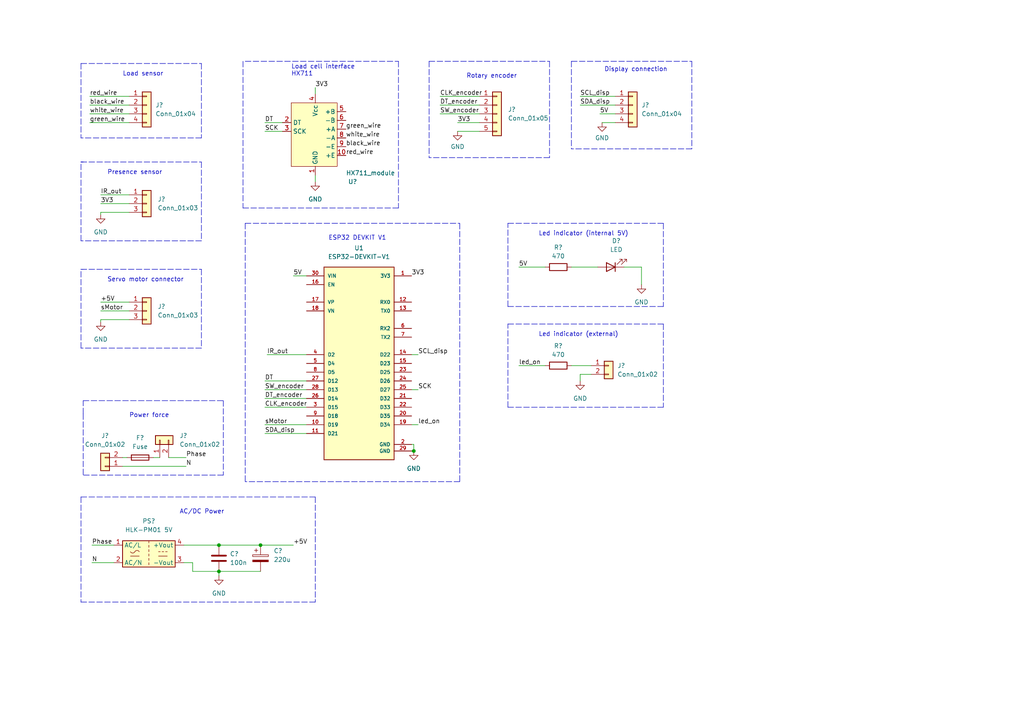
<source format=kicad_sch>
(kicad_sch (version 20211123) (generator eeschema)
  (paper "A4")
  (title_block (title "Alimentador automático para pets") (date "2022-05-17") (rev "0.1") (company "UFSC"))
  (lib_symbols
    (symbol "Connector_Generic:Conn_01x02" (pin_names (offset 1.016) hide)
      (property "Reference" "J" (at 0 2.54 0))
      (property "Value" "Conn_01x02" (at 0 -5.08 0))
      (symbol "Conn_01x02_1_1"
        (rectangle (start -1.27 -2.413) (end 0 -2.667) (stroke (width 0.1524)))
        (rectangle (start -1.27 0.127) (end 0 -0.127) (stroke (width 0.1524)))
        (rectangle (start -1.27 1.27) (end 1.27 -3.81) (stroke (width 0.254)) (fill (type background)))
        (pin passive line (at -5.08 0 0) (length 3.81) (name "Pin_1") (number "1"))
        (pin passive line (at -5.08 -2.54 0) (length 3.81) (name "Pin_2") (number "2"))
      )
    )
    (symbol "Connector_Generic:Conn_01x03" (pin_names (offset 1.016) hide)
      (property "Reference" "J" (at 0 5.08 0))
      (property "Value" "Conn_01x03" (at 0 -5.08 0))
      (symbol "Conn_01x03_1_1"
        (rectangle (start -1.27 -2.413) (end 0 -2.667) (stroke (width 0.1524)))
        (rectangle (start -1.27 0.127) (end 0 -0.127) (stroke (width 0.1524)))
        (rectangle (start -1.27 2.667) (end 0 2.413) (stroke (width 0.1524)))
        (rectangle (start -1.27 3.81) (end 1.27 -3.81) (stroke (width 0.254)) (fill (type background)))
        (pin passive line (at -5.08 2.54 0) (length 3.81) (name "Pin_1") (number "1"))
        (pin passive line (at -5.08 0 0) (length 3.81) (name "Pin_2") (number "2"))
        (pin passive line (at -5.08 -2.54 0) (length 3.81) (name "Pin_3") (number "3"))
      )
    )
    (symbol "Connector_Generic:Conn_01x04" (pin_names (offset 1.016) hide)
      (property "Reference" "J" (at 0 5.08 0))
      (property "Value" "Conn_01x04" (at 0 -7.62 0))
      (symbol "Conn_01x04_1_1"
        (rectangle (start -1.27 -4.953) (end 0 -5.207) (stroke (width 0.1524)))
        (rectangle (start -1.27 -2.413) (end 0 -2.667) (stroke (width 0.1524)))
        (rectangle (start -1.27 0.127) (end 0 -0.127) (stroke (width 0.1524)))
        (rectangle (start -1.27 2.667) (end 0 2.413) (stroke (width 0.1524)))
        (rectangle (start -1.27 3.81) (end 1.27 -6.35) (stroke (width 0.254)) (fill (type background)))
        (pin passive line (at -5.08 2.54 0) (length 3.81) (name "Pin_1") (number "1"))
        (pin passive line (at -5.08 0 0) (length 3.81) (name "Pin_2") (number "2"))
        (pin passive line (at -5.08 -2.54 0) (length 3.81) (name "Pin_3") (number "3"))
        (pin passive line (at -5.08 -5.08 0) (length 3.81) (name "Pin_4") (number "4"))
      )
    )
    (symbol "Connector_Generic:Conn_01x05" (pin_names (offset 1.016) hide)
      (property "Reference" "J" (at 0 7.62 0))
      (property "Value" "Conn_01x05" (at 0 -7.62 0))
      (symbol "Conn_01x05_1_1"
        (rectangle (start -1.27 -4.953) (end 0 -5.207) (stroke (width 0.1524)))
        (rectangle (start -1.27 -2.413) (end 0 -2.667) (stroke (width 0.1524)))
        (rectangle (start -1.27 0.127) (end 0 -0.127) (stroke (width 0.1524)))
        (rectangle (start -1.27 2.667) (end 0 2.413) (stroke (width 0.1524)))
        (rectangle (start -1.27 5.207) (end 0 4.953) (stroke (width 0.1524)))
        (rectangle (start -1.27 6.35) (end 1.27 -6.35) (stroke (width 0.254)) (fill (type background)))
        (pin passive line (at -5.08 5.08 0) (length 3.81) (name "Pin_1") (number "1"))
        (pin passive line (at -5.08 2.54 0) (length 3.81) (name "Pin_2") (number "2"))
        (pin passive line (at -5.08 0 0) (length 3.81) (name "Pin_3") (number "3"))
        (pin passive line (at -5.08 -2.54 0) (length 3.81) (name "Pin_4") (number "4"))
        (pin passive line (at -5.08 -5.08 0) (length 3.81) (name "Pin_5") (number "5"))
      )
    )
    (symbol "Converter_ACDC:HLK-PM01"
      (property "Reference" "PS" (at 0 5.08 0))
      (property "Value" "HLK-PM01" (at 0 -5.08 0))
      (symbol "HLK-PM01_0_1"
        (rectangle (start -7.62 3.81) (end 7.62 -3.81) (stroke (width 0.254)) (fill (type background)))
        (arc (start -5.334 0.635) (mid -4.699 0.2495) (end -4.064 0.635))
        (arc (start -2.794 0.635) (mid -3.429 1.0072) (end -4.064 0.635))
        (polyline (pts (xy -5.334 -0.635) (xy -2.794 -0.635)))
        (polyline (pts (xy 0 -2.54) (xy 0 -3.175)))
        (polyline (pts (xy 0 -1.27) (xy 0 -1.905)))
        (polyline (pts (xy 0 0) (xy 0 -0.635)))
        (polyline (pts (xy 0 1.27) (xy 0 0.635)))
        (polyline (pts (xy 0 2.54) (xy 0 1.905)))
        (polyline (pts (xy 0 3.81) (xy 0 3.175)))
        (polyline (pts (xy 2.794 -0.635) (xy 5.334 -0.635)))
        (polyline (pts (xy 2.794 0.635) (xy 3.302 0.635)))
        (polyline (pts (xy 3.81 0.635) (xy 4.318 0.635)))
        (polyline (pts (xy 4.826 0.635) (xy 5.334 0.635)))
      )
      (symbol "HLK-PM01_1_1"
        (pin power_in line (at -10.16 2.54 0) (length 2.54) (name "AC/L") (number "1"))
        (pin power_in line (at -10.16 -2.54 0) (length 2.54) (name "AC/N") (number "2"))
        (pin power_out line (at 10.16 -2.54 180) (length 2.54) (name "-Vout") (number "3"))
        (pin power_out line (at 10.16 2.54 180) (length 2.54) (name "+Vout") (number "4"))
      )
    )
    (symbol "Device:C" (pin_numbers hide) (pin_names (offset 0.254))
      (property "Reference" "C" (at 0.635 2.54 0))
      (property "Value" "C" (at 0.635 -2.54 0))
      (symbol "C_0_1"
        (polyline (pts (xy -2.032 -0.762) (xy 2.032 -0.762)) (stroke (width 0.508)))
        (polyline (pts (xy -2.032 0.762) (xy 2.032 0.762)) (stroke (width 0.508)))
      )
      (symbol "C_1_1"
        (pin passive line (at 0 3.81 270) (length 2.794) (name "~") (number "1"))
        (pin passive line (at 0 -3.81 90) (length 2.794) (name "~") (number "2"))
      )
    )
    (symbol "Device:C_Polarized" (pin_numbers hide) (pin_names (offset 0.254))
      (property "Reference" "C" (at 0.635 2.54 0))
      (property "Value" "C_Polarized" (at 0.635 -2.54 0))
      (symbol "C_Polarized_0_1"
        (rectangle (start -2.286 0.508) (end 2.286 1.016))
        (polyline (pts (xy -1.778 2.286) (xy -0.762 2.286)))
        (polyline (pts (xy -1.27 2.794) (xy -1.27 1.778)))
        (rectangle (start 2.286 -0.508) (end -2.286 -1.016) (fill (type outline)))
      )
      (symbol "C_Polarized_1_1"
        (pin passive line (at 0 3.81 270) (length 2.794) (name "~") (number "1"))
        (pin passive line (at 0 -3.81 90) (length 2.794) (name "~") (number "2"))
      )
    )
    (symbol "Device:Fuse" (pin_numbers hide) (pin_names (offset 0))
      (property "Reference" "F" (at 2.032 0 90))
      (property "Value" "Fuse" (at -1.905 0 90))
      (symbol "Fuse_0_1"
        (rectangle (start -0.762 -2.54) (end 0.762 2.54) (stroke (width 0.254)))
        (polyline (pts (xy 0 2.54) (xy 0 -2.54)))
      )
      (symbol "Fuse_1_1"
        (pin passive line (at 0 3.81 270) (length 1.27) (name "~") (number "1"))
        (pin passive line (at 0 -3.81 90) (length 1.27) (name "~") (number "2"))
      )
    )
    (symbol "Device:LED" (pin_numbers hide) (pin_names (offset 1.016) hide)
      (property "Reference" "D" (at 0 2.54 0))
      (property "Value" "LED" (at 0 -2.54 0))
      (symbol "LED_0_1"
        (polyline (pts (xy -1.27 -1.27) (xy -1.27 1.27)) (stroke (width 0.254)))
        (polyline (pts (xy -1.27 0) (xy 1.27 0)))
        (polyline (pts (xy 1.27 -1.27) (xy 1.27 1.27) (xy -1.27 0) (xy 1.27 -1.27)) (stroke (width 0.254)))
        (polyline (pts (xy -3.048 -0.762) (xy -4.572 -2.286) (xy -3.81 -2.286) (xy -4.572 -2.286) (xy -4.572 -1.524)))
        (polyline (pts (xy -1.778 -0.762) (xy -3.302 -2.286) (xy -2.54 -2.286) (xy -3.302 -2.286) (xy -3.302 -1.524)))
      )
      (symbol "LED_1_1"
        (pin passive line (at -3.81 0 0) (length 2.54) (name "K") (number "1"))
        (pin passive line (at 3.81 0 180) (length 2.54) (name "A") (number "2"))
      )
    )
    (symbol "Device:R" (pin_numbers hide) (pin_names (offset 0))
      (property "Reference" "R" (at 2.032 0 90))
      (property "Value" "R" (at 0 0 90))
      (symbol "R_0_1"
        (rectangle (start -1.016 -2.54) (end 1.016 2.54) (stroke (width 0.254)))
      )
      (symbol "R_1_1"
        (pin passive line (at 0 3.81 270) (length 1.27) (name "~") (number "1"))
        (pin passive line (at 0 -3.81 90) (length 1.27) (name "~") (number "2"))
      )
    )
    (symbol "ESP32-DEVKIT-V1:ESP32-DEVKIT-V1" (pin_names (offset 1.016))
      (property "Reference" "U1" (at 0 33.4772 0))
      (property "Value" "ESP32-DEVKIT-V1" (at 0 30.9372 0))
      (symbol "ESP32-DEVKIT-V1_0_0"
        (rectangle (start -10.16 -27.94) (end 10.16 27.94) (stroke (width 0.254)) (fill (type background)))
        (pin output line (at 15.24 25.4 180) (length 5.08) (name "3V3") (number "1"))
        (pin bidirectional line (at -15.24 -17.78 0) (length 5.08) (name "D19") (number "10"))
        (pin bidirectional line (at -15.24 -20.32 0) (length 5.08) (name "D21") (number "11"))
        (pin input line (at 15.24 17.78 180) (length 5.08) (name "RX0") (number "12"))
        (pin output line (at 15.24 15.24 180) (length 5.08) (name "TX0") (number "13"))
        (pin bidirectional line (at 15.24 2.54 180) (length 5.08) (name "D22") (number "14"))
        (pin bidirectional line (at 15.24 0 180) (length 5.08) (name "D23") (number "15"))
        (pin input line (at -15.24 22.86 0) (length 5.08) (name "EN") (number "16"))
        (pin bidirectional line (at -15.24 17.78 0) (length 5.08) (name "VP") (number "17"))
        (pin bidirectional line (at -15.24 15.24 0) (length 5.08) (name "VN") (number "18"))
        (pin bidirectional line (at 15.24 -17.78 180) (length 5.08) (name "D34") (number "19"))
        (pin power_in line (at 15.24 -23.495 180) (length 5.08) (name "GND") (number "2"))
        (pin bidirectional line (at 15.24 -15.24 180) (length 5.08) (name "D35") (number "20"))
        (pin bidirectional line (at 15.24 -10.16 180) (length 5.08) (name "D32") (number "21"))
        (pin bidirectional line (at 15.24 -12.7 180) (length 5.08) (name "D33") (number "22"))
        (pin bidirectional line (at 15.24 -2.54 180) (length 5.08) (name "D25") (number "23"))
        (pin bidirectional line (at 15.24 -5.08 180) (length 5.08) (name "D26") (number "24"))
        (pin bidirectional line (at 15.24 -7.62 180) (length 5.08) (name "D27") (number "25"))
        (pin bidirectional line (at -15.24 -10.16 0) (length 5.08) (name "D14") (number "26"))
        (pin bidirectional line (at -15.24 -5.08 0) (length 5.08) (name "D12") (number "27"))
        (pin bidirectional line (at -15.24 -7.62 0) (length 5.08) (name "D13") (number "28"))
        (pin power_in line (at 15.24 -25.4 180) (length 5.08) (name "GND") (number "29"))
        (pin bidirectional line (at -15.24 -12.7 0) (length 5.08) (name "D15") (number "3"))
        (pin input line (at -15.24 25.4 0) (length 5.08) (name "VIN") (number "30"))
        (pin bidirectional line (at -15.24 2.54 0) (length 5.08) (name "D2") (number "4"))
        (pin bidirectional line (at -15.24 0 0) (length 5.08) (name "D4") (number "5"))
        (pin input line (at 15.24 10.16 180) (length 5.08) (name "RX2") (number "6"))
        (pin output line (at 15.24 7.62 180) (length 5.08) (name "TX2") (number "7"))
        (pin bidirectional line (at -15.24 -2.54 0) (length 5.08) (name "D5") (number "8"))
        (pin bidirectional line (at -15.24 -15.24 0) (length 5.08) (name "D18") (number "9"))
      )
    )
    (symbol "power:GND" (power) (pin_names (offset 0))
      (property "Value" "GND" (at 0 -3.81 0))
      (symbol "GND_0_1"
        (polyline (pts (xy 0 0) (xy 0 -1.27) (xy 1.27 -1.27) (xy 0 -2.54) (xy -1.27 -1.27) (xy 0 -1.27)))
      )
      (symbol "GND_1_1"
        (pin power_in line (at 0 0 270) (length 0) hide (name "GND") (number "1"))
      )
    )
    (symbol "symbol_lib:HX711_module"
      (property "Reference" "U" (at 5.08 9.525 0))
      (property "Value" "HX711_module" (at -12.065 10.795 0))
      (symbol "HX711_module_0_1"
        (rectangle (start -7.62 7.62) (end 5.715 -10.795) (fill (type background)))
      )
      (symbol "HX711_module_1_1"
        (pin input line (at -0.635 -13.335 90) (length 2.54) (name "GND") (number "1"))
        (pin input line (at 8.255 -7.62 180) (length 2.54) (name "+E") (number "10"))
        (pin input line (at -10.16 1.905 0) (length 2.54) (name "DT") (number "2"))
        (pin input line (at -10.16 -0.635 0) (length 2.54) (name "SCK") (number "3"))
        (pin input line (at -0.635 10.16 270) (length 2.54) (name "Vcc") (number "4"))
        (pin input line (at 8.255 5.08 180) (length 2.54) (name "+B") (number "5"))
        (pin input line (at 8.255 2.54 180) (length 2.54) (name "-B") (number "6"))
        (pin input line (at 8.255 0 180) (length 2.54) (name "+A") (number "7"))
        (pin input line (at 8.255 -2.54 180) (length 2.54) (name "-A") (number "8"))
        (pin input line (at 8.255 -5.08 180) (length 2.54) (name "-E") (number "9"))
      )
    )
  )
  (junction (at 120.015 130.81))
  (junction (at 63.5 158.115))
  (junction (at 63.5 165.735))
  (junction (at 75.565 158.115))
  (polyline (pts (xy 70.485 17.78) (xy 70.485 60.325)))
  (polyline (pts (xy 23.495 78.105) (xy 24.13 78.105)))
  (wire (pts (xy 63.5 158.115) (xy 75.565 158.115)))
  (wire (pts (xy 132.715 38.1) (xy 139.065 38.1)))
  (polyline (pts (xy 23.495 144.145) (xy 23.495 174.625)))
  (polyline (pts (xy 24.13 120.015) (xy 24.13 116.205)))
  (wire (pts (xy 29.21 92.71) (xy 37.465 92.71)))
  (wire (pts (xy 168.275 108.585) (xy 171.45 108.585)))
  (polyline (pts (xy 71.12 17.78) (xy 115.57 17.78)))
  (wire (pts (xy 76.835 115.57) (xy 88.9 115.57)))
  (wire (pts (xy 168.275 110.49) (xy 168.275 108.585)))
  (polyline (pts (xy 23.495 18.415) (xy 23.495 40.005)))
  (wire (pts (xy 150.495 77.47) (xy 158.115 77.47)))
  (wire (pts (xy 26.035 35.56) (xy 37.465 35.56)))
  (polyline (pts (xy 147.32 118.11) (xy 147.32 93.98)))
  (wire (pts (xy 127.635 27.94) (xy 139.065 27.94)))
  (wire (pts (xy 35.56 135.255) (xy 53.975 135.255)))
  (wire (pts (xy 150.495 106.045) (xy 158.115 106.045)))
  (wire (pts (xy 29.21 90.17) (xy 37.465 90.17)))
  (wire (pts (xy 29.21 87.63) (xy 37.465 87.63)))
  (wire (pts (xy 29.21 62.23) (xy 29.21 61.595)))
  (wire (pts (xy 26.67 163.195) (xy 33.02 163.195)))
  (polyline (pts (xy 71.12 64.77) (xy 133.35 64.77)))
  (wire (pts (xy 75.565 158.115) (xy 85.09 158.115)))
  (wire (pts (xy 173.99 33.02) (xy 178.435 33.02)))
  (wire (pts (xy 76.835 35.56) (xy 81.915 35.56)))
  (polyline (pts (xy 24.13 116.205) (xy 64.77 116.205)))
  (wire (pts (xy 26.035 33.02) (xy 37.465 33.02)))
  (polyline (pts (xy 200.66 17.78) (xy 200.66 43.18)))
  (wire (pts (xy 35.56 132.715) (xy 36.83 132.715)))
  (polyline (pts (xy 58.42 78.105) (xy 58.42 100.965)))
  (wire (pts (xy 121.285 102.87) (xy 119.38 102.87)))
  (wire (pts (xy 76.835 123.19) (xy 88.9 123.19)))
  (polyline (pts (xy 24.13 120.015) (xy 24.13 137.795)))
  (polyline (pts (xy 23.495 18.415) (xy 58.42 18.415)))
  (wire (pts (xy 55.88 165.735) (xy 63.5 165.735)))
  (wire (pts (xy 120.015 128.905) (xy 119.38 128.905)))
  (polyline (pts (xy 58.42 100.965) (xy 23.495 100.965)))
  (polyline (pts (xy 23.495 78.105) (xy 58.42 78.105)))
  (polyline (pts (xy 115.57 17.78) (xy 115.57 60.325)))
  (polyline (pts (xy 165.735 17.78) (xy 200.66 17.78)))
  (polyline (pts (xy 64.77 137.795) (xy 24.13 137.795)))
  (wire (pts (xy 26.67 158.115) (xy 33.02 158.115)))
  (wire (pts (xy 63.5 165.735) (xy 75.565 165.735)))
  (polyline (pts (xy 23.495 46.99) (xy 58.42 46.99)))
  (wire (pts (xy 119.38 113.03) (xy 121.285 113.03)))
  (wire (pts (xy 127.635 30.48) (xy 139.065 30.48)))
  (polyline (pts (xy 58.42 46.99) (xy 58.42 69.85)))
  (polyline (pts (xy 192.405 88.9) (xy 147.32 88.9)))
  (polyline (pts (xy 64.77 116.205) (xy 64.77 137.795)))
  (wire (pts (xy 53.34 163.195) (xy 55.88 163.195)))
  (wire (pts (xy 174.625 35.56) (xy 178.435 35.56)))
  (wire (pts (xy 120.015 130.81) (xy 120.015 128.905)))
  (polyline (pts (xy 133.35 64.77) (xy 133.35 139.7)))
  (wire (pts (xy 63.5 165.735) (xy 63.5 167.005)))
  (polyline (pts (xy 23.495 144.145) (xy 91.44 144.145)))
  (polyline (pts (xy 71.12 64.77) (xy 71.12 139.7)))
  (wire (pts (xy 180.975 77.47) (xy 186.055 77.47)))
  (polyline (pts (xy 23.495 69.85) (xy 23.495 46.99)))
  (polyline (pts (xy 200.66 43.18) (xy 165.735 43.18)))
  (wire (pts (xy 44.45 132.715) (xy 46.355 132.715)))
  (polyline (pts (xy 192.405 64.77) (xy 192.405 88.9)))
  (wire (pts (xy 132.715 35.56) (xy 139.065 35.56)))
  (polyline (pts (xy 23.495 100.965) (xy 23.495 78.105)))
  (wire (pts (xy 29.21 59.055) (xy 37.465 59.055)))
  (polyline (pts (xy 133.35 139.7) (xy 71.12 139.7)))
  (wire (pts (xy 76.835 118.11) (xy 88.9 118.11)))
  (polyline (pts (xy 147.32 64.77) (xy 192.405 64.77)))
  (polyline (pts (xy 23.495 46.99) (xy 24.13 46.99)))
  (wire (pts (xy 29.21 56.515) (xy 37.465 56.515)))
  (wire (pts (xy 53.34 158.115) (xy 63.5 158.115)))
  (polyline (pts (xy 147.32 88.9) (xy 147.32 64.77)))
  (wire (pts (xy 77.47 102.87) (xy 88.9 102.87)))
  (polyline (pts (xy 159.385 45.72) (xy 124.46 45.72)))
  (polyline (pts (xy 91.44 144.145) (xy 91.44 174.625)))
  (polyline (pts (xy 115.57 60.325) (xy 70.485 60.325)))
  (polyline (pts (xy 124.46 17.78) (xy 159.385 17.78)))
  (polyline (pts (xy 147.32 93.98) (xy 192.405 93.98)))
  (wire (pts (xy 48.895 132.715) (xy 53.975 132.715)))
  (wire (pts (xy 85.09 80.01) (xy 88.9 80.01)))
  (polyline (pts (xy 58.42 18.415) (xy 58.42 40.005)))
  (wire (pts (xy 119.38 123.19) (xy 121.285 123.19)))
  (wire (pts (xy 29.21 61.595) (xy 37.465 61.595)))
  (wire (pts (xy 91.44 25.4) (xy 91.44 27.305)))
  (wire (pts (xy 76.835 38.1) (xy 81.915 38.1)))
  (polyline (pts (xy 159.385 17.78) (xy 159.385 45.72)))
  (polyline (pts (xy 124.46 17.78) (xy 124.46 45.72)))
  (wire (pts (xy 76.835 113.03) (xy 88.9 113.03)))
  (wire (pts (xy 165.735 77.47) (xy 173.355 77.47)))
  (polyline (pts (xy 58.42 40.005) (xy 23.495 40.005)))
  (wire (pts (xy 76.835 125.73) (xy 88.9 125.73)))
  (polyline (pts (xy 192.405 118.11) (xy 147.32 118.11)))
  (wire (pts (xy 127.635 33.02) (xy 139.065 33.02)))
  (wire (pts (xy 88.9 110.49) (xy 76.835 110.49)))
  (wire (pts (xy 119.38 130.81) (xy 120.015 130.81)))
  (wire (pts (xy 26.035 27.94) (xy 37.465 27.94)))
  (polyline (pts (xy 58.42 69.85) (xy 23.495 69.85)))
  (polyline (pts (xy 192.405 93.98) (xy 192.405 118.11)))
  (wire (pts (xy 55.88 163.195) (xy 55.88 165.735)))
  (wire (pts (xy 26.035 30.48) (xy 37.465 30.48)))
  (wire (pts (xy 168.275 30.48) (xy 178.435 30.48)))
  (wire (pts (xy 186.055 77.47) (xy 186.055 82.55)))
  (wire (pts (xy 165.735 106.045) (xy 171.45 106.045)))
  (polyline (pts (xy 165.735 17.78) (xy 165.735 43.18)))
  (wire (pts (xy 168.275 27.94) (xy 178.435 27.94)))
  (polyline (pts (xy 91.44 174.625) (xy 23.495 174.625)))
  (wire (pts (xy 29.21 93.345) (xy 29.21 92.71)))
  (wire (pts (xy 91.44 50.8) (xy 91.44 52.705)))
  (text "AC/DC Power" (at 52.07 149.225 0) (effects (font (size 1.27 1.27)) (justify left bottom)))
  (text "Rotary encoder" (at 135.255 22.86 0) (effects (font (size 1.27 1.27)) (justify left bottom)))
  (text "Led indicator (internal 5V)" (at 156.21 68.58 0) (effects (font (size 1.27 1.27)) (justify left bottom)))
  (text "Load sensor" (at 35.56 22.225 0) (effects (font (size 1.27 1.27)) (justify left bottom)))
  (text "Presence sensor" (at 31.115 50.8 0) (effects (font (size 1.27 1.27)) (justify left bottom)))
  (text "Load cell interface\nHX711" (at 84.455 22.225 0) (effects (font (size 1.27 1.27)) (justify left bottom)))
  (text "ESP32 DEVKIT V1" (at 95.25 69.85 0) (effects (font (size 1.27 1.27)) (justify left bottom)))
  (text "Display connection" (at 175.26 20.955 0) (effects (font (size 1.27 1.27)) (justify left bottom)))
  (text "Power force" (at 37.465 121.285 0) (effects (font (size 1.27 1.27)) (justify left bottom)))
  (text "Led indicator (external)" (at 156.21 97.79 0) (effects (font (size 1.27 1.27)) (justify left bottom)))
  (text "Servo motor connector" (at 31.115 81.915 0) (effects (font (size 1.27 1.27)) (justify left bottom)))
  (label "black_wire" (at 100.33 42.545 0))
  (label "led_on" (at 150.495 106.045 0))
  (label "led_on" (at 121.285 123.19 0))
  (label "N" (at 53.975 135.255 0))
  (label "5V" (at 85.09 80.01 0))
  (label "sMotor" (at 29.21 90.17 0))
  (label "N" (at 26.67 163.195 0))
  (label "DT_encoder" (at 76.835 115.57 0))
  (label "IR_out" (at 29.21 56.515 0))
  (label "DT_encoder" (at 127.635 30.48 0))
  (label "SDA_disp" (at 168.275 30.48 0))
  (label "5V" (at 150.495 77.47 0))
  (label "green_wire" (at 26.035 35.56 0))
  (label "black_wire" (at 26.035 30.48 0))
  (label "CLK_encoder" (at 127.635 27.94 0))
  (label "SW_encoder" (at 127.635 33.02 0))
  (label "CLK_encoder" (at 76.835 118.11 0))
  (label "DT" (at 76.835 35.56 0))
  (label "+5V" (at 29.21 87.63 0))
  (label "SCL_disp" (at 168.275 27.94 0))
  (label "SCL_disp" (at 121.285 102.87 0))
  (label "red_wire" (at 100.33 45.085 0))
  (label "+5V" (at 85.09 158.115 0))
  (label "SW_encoder" (at 76.835 113.03 0))
  (label "3V3" (at 132.715 35.56 0))
  (label "green_wire" (at 100.33 37.465 0))
  (label "Phase" (at 26.67 158.115 0))
  (label "3V3" (at 91.44 25.4 0))
  (label "IR_out" (at 77.47 102.87 0))
  (label "sMotor" (at 76.835 123.19 0))
  (label "white_wire" (at 100.33 40.005 0))
  (label "SCK" (at 76.835 38.1 0))
  (label "SCK" (at 121.285 113.03 0))
  (label "5V" (at 173.99 33.02 0))
  (label "SDA_disp" (at 76.835 125.73 0))
  (label "3V3" (at 119.38 80.01 0))
  (label "DT" (at 76.835 110.49 0))
  (label "white_wire" (at 26.035 33.02 0))
  (label "Phase" (at 53.975 132.715 0))
  (label "red_wire" (at 26.035 27.94 0))
  (label "3V3" (at 29.21 59.055 0))
  (symbol (lib_id "Device:C") (at 63.5 161.925 0) (unit 1)
    (property "Reference" "C?" (at 66.675 160.6549 0) (effects (justify left)))
    (property "Value" "100n" (at 66.675 163.1949 0) (effects (justify left)))
  )
  (symbol (lib_id "power:GND") (at 29.21 93.345 0) (unit 1)
    (property "Reference" "#PWR?" (effects hide))
    (property "Value" "GND" (at 29.21 98.425 0))
  )
  (symbol (lib_id "power:GND") (at 63.5 167.005 0) (unit 1)
    (property "Reference" "#PWR?" (effects hide))
    (property "Value" "GND" (at 63.5 172.085 0))
  )
  (symbol (lib_id "Converter_ACDC:HLK-PM01") (at 43.18 160.655 0) (unit 1)
    (property "Reference" "PS?" (at 43.18 151.13 0))
    (property "Value" "HLK-PM01 5V" (at 43.18 153.67 0))
    (property "Footprint" "Converter_ACDC:Converter_ACDC_HiLink_HLK-PMxx" (effects hide))
    (property "Datasheet" "http://www.hlktech.net/product_detail.php?ProId=54" (effects hide))
  )
  (symbol (lib_id "Connector_Generic:Conn_01x03") (at 42.545 59.055 0) (unit 1)
    (property "Reference" "J?" (at 45.72 57.7849 0) (effects (justify left)))
    (property "Value" "Conn_01x03" (at 45.72 60.3249 0) (effects (justify left)))
  )
  (symbol (lib_id "power:GND") (at 174.625 35.56 0) (unit 1)
    (property "Reference" "#PWR?" (effects hide))
    (property "Value" "GND" (at 174.625 40.005 0))
  )
  (symbol (lib_id "Device:R") (at 161.925 106.045 90) (unit 1)
    (property "Reference" "R?" (at 161.925 100.33 90))
    (property "Value" "470" (at 161.925 102.87 90))
  )
  (symbol (lib_id "Connector_Generic:Conn_01x02") (at 30.48 135.255 180) (unit 1)
    (property "Reference" "J?" (at 30.48 126.365 0))
    (property "Value" "Conn_01x02" (at 30.48 128.905 0))
  )
  (symbol (lib_id "power:GND") (at 29.21 62.23 0) (unit 1)
    (property "Reference" "#PWR?" (effects hide))
    (property "Value" "GND" (at 29.21 67.31 0))
  )
  (symbol (lib_id "Device:Fuse") (at 40.64 132.715 90) (unit 1)
    (property "Reference" "F?" (at 40.64 127 90))
    (property "Value" "Fuse" (at 40.64 129.54 90))
  )
  (symbol (lib_id "power:GND") (at 120.015 130.81 0) (unit 1)
    (property "Reference" "#PWR?" (effects hide))
    (property "Value" "GND" (at 120.015 135.89 0))
  )
  (symbol (lib_id "ESP32-DEVKIT-V1:ESP32-DEVKIT-V1") (at 104.14 105.41 0) (unit 1)
    (property "Reference" "U1" (at 104.14 71.9328 0))
    (property "Value" "ESP32-DEVKIT-V1" (at 104.14 74.4728 0))
    (property "Footprint" "MODULE_ESP32_DEVKIT_V1" (effects hide))
    (property "STANDARD" "Manufacturer Recommendations" (effects hide))
    (property "MAXIMUM_PACKAGE_HEIGHT" "6.8 mm" (effects hide))
    (property "MANUFACTURER" "DOIT" (effects hide))
    (property "PARTREV" "N/A" (effects hide))
  )
  (symbol (lib_id "Connector_Generic:Conn_01x02") (at 46.355 127.635 90) (unit 1)
    (property "Reference" "J?" (at 52.07 126.3649 90) (effects (justify right)))
    (property "Value" "Conn_01x02" (at 52.07 128.9049 90) (effects (justify right)))
  )
  (symbol (lib_id "power:GND") (at 91.44 52.705 0) (unit 1)
    (property "Reference" "#PWR?" (effects hide))
    (property "Value" "GND" (at 91.44 57.785 0))
  )
  (symbol (lib_id "Connector_Generic:Conn_01x04") (at 183.515 30.48 0) (unit 1)
    (property "Reference" "J?" (at 186.055 30.4799 0) (effects (justify left)))
    (property "Value" "Conn_01x04" (at 186.055 33.0199 0) (effects (justify left)))
  )
  (symbol (lib_id "Connector_Generic:Conn_01x02") (at 176.53 106.045 0) (unit 1)
    (property "Reference" "J?" (at 179.07 106.0449 0) (effects (justify left)))
    (property "Value" "Conn_01x02" (at 179.07 108.5849 0) (effects (justify left)))
  )
  (symbol (lib_id "symbol_lib:HX711_module") (at 92.075 37.465 0) (unit 1)
    (property "Reference" "U?" (at 100.965 52.705 0) (effects (justify left)))
    (property "Value" "HX711_module" (at 100.33 50.165 0) (effects (justify left)))
  )
  (symbol (lib_id "Device:LED") (at 177.165 77.47 180) (unit 1)
    (property "Reference" "D?" (at 178.7525 69.85 0))
    (property "Value" "LED" (at 178.7525 72.39 0))
  )
  (symbol (lib_id "power:GND") (at 132.715 38.1 0) (unit 1)
    (property "Reference" "#PWR?" (effects hide))
    (property "Value" "GND" (at 132.715 42.545 0))
  )
  (symbol (lib_id "Connector_Generic:Conn_01x04") (at 42.545 30.48 0) (unit 1)
    (property "Reference" "J?" (at 45.085 30.4799 0) (effects (justify left)))
    (property "Value" "Conn_01x04" (at 45.085 33.0199 0) (effects (justify left)))
  )
  (symbol (lib_id "power:GND") (at 186.055 82.55 0) (unit 1)
    (property "Reference" "#PWR?" (effects hide))
    (property "Value" "GND" (at 186.055 87.63 0))
  )
  (symbol (lib_id "Device:R") (at 161.925 77.47 90) (unit 1)
    (property "Reference" "R?" (at 161.925 71.755 90))
    (property "Value" "470" (at 161.925 74.295 90))
  )
  (symbol (lib_id "power:GND") (at 168.275 110.49 0) (unit 1)
    (property "Reference" "#PWR?" (effects hide))
    (property "Value" "GND" (at 168.275 115.57 0))
  )
  (symbol (lib_id "Device:C_Polarized") (at 75.565 161.925 0) (unit 1)
    (property "Reference" "C?" (at 79.375 159.7659 0) (effects (justify left)))
    (property "Value" "220u" (at 79.375 162.3059 0) (effects (justify left)))
  )
  (symbol (lib_id "Connector_Generic:Conn_01x03") (at 42.545 90.17 0) (unit 1)
    (property "Reference" "J?" (at 45.72 88.8999 0) (effects (justify left)))
    (property "Value" "Conn_01x03" (at 45.72 91.4399 0) (effects (justify left)))
  )
  (symbol (lib_id "Connector_Generic:Conn_01x05") (at 144.145 33.02 0) (unit 1)
    (property "Reference" "J?" (at 147.32 31.7499 0) (effects (justify left)))
    (property "Value" "Conn_01x05" (at 147.32 34.2899 0) (effects (justify left)))
  )
)
</source>
